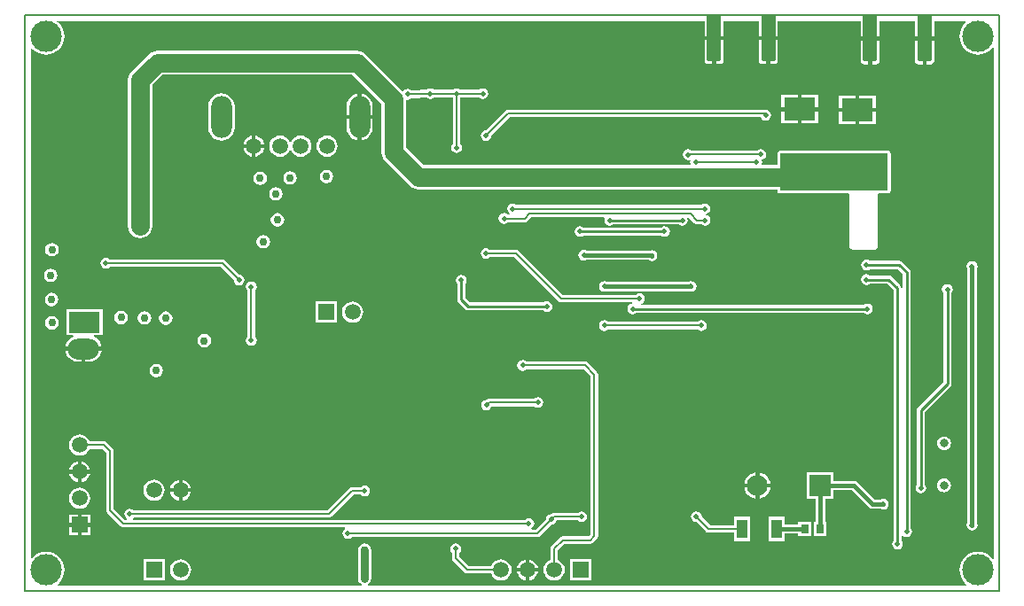
<source format=gbl>
%FSLAX25Y25*%
%MOIN*%
G70*
G01*
G75*
G04 Layer_Physical_Order=2*
G04 Layer_Color=16711680*
%ADD10C,0.02000*%
%ADD11R,0.07874X0.07874*%
%ADD12R,0.03347X0.02756*%
%ADD13R,0.02756X0.08268*%
%ADD14R,0.02559X0.04843*%
%ADD15R,0.19685X0.05118*%
%ADD16R,0.04724X0.09843*%
%ADD17R,0.09843X0.05906*%
%ADD18O,0.01378X0.06890*%
%ADD19R,0.01378X0.01181*%
%ADD20R,0.01378X0.00984*%
%ADD21R,0.01181X0.01181*%
%ADD22O,0.04724X0.00984*%
%ADD23R,0.04724X0.01772*%
%ADD24O,0.04724X0.01772*%
%ADD25O,0.00984X0.04724*%
%ADD26O,0.01772X0.04724*%
%ADD27R,0.07480X0.05512*%
%ADD28R,0.05315X0.01654*%
%ADD29R,0.03937X0.03150*%
%ADD30R,0.03150X0.03937*%
%ADD31R,0.09843X0.11811*%
%ADD32O,0.07087X0.02362*%
%ADD33O,0.02362X0.07087*%
%ADD34O,0.03543X0.01969*%
%ADD35R,0.03543X0.01969*%
%ADD36O,0.03543X0.01969*%
%ADD37R,0.01575X0.03347*%
%ADD38R,0.03937X0.02362*%
%ADD39R,0.02756X0.03347*%
G04:AMPARAMS|DCode=40|XSize=35.43mil|YSize=157.48mil|CornerRadius=1.77mil|HoleSize=0mil|Usage=FLASHONLY|Rotation=0.000|XOffset=0mil|YOffset=0mil|HoleType=Round|Shape=RoundedRectangle|*
%AMROUNDEDRECTD40*
21,1,0.03543,0.15394,0,0,0.0*
21,1,0.03189,0.15748,0,0,0.0*
1,1,0.00354,0.01595,-0.07697*
1,1,0.00354,-0.01595,-0.07697*
1,1,0.00354,-0.01595,0.07697*
1,1,0.00354,0.01595,0.07697*
%
%ADD40ROUNDEDRECTD40*%
%ADD41R,0.05906X0.03937*%
%ADD42R,0.05118X0.19685*%
%ADD43R,0.03937X0.05906*%
%ADD44C,0.04000*%
%ADD45C,0.01000*%
%ADD46C,0.01500*%
%ADD47C,0.00800*%
%ADD48C,0.03000*%
%ADD49C,0.07000*%
%ADD50R,0.16830X0.03653*%
%ADD51C,0.00500*%
%ADD52C,0.05906*%
%ADD53R,0.05906X0.05906*%
%ADD54C,0.11811*%
%ADD55O,0.07874X0.15748*%
%ADD56C,0.03228*%
%ADD57R,0.05906X0.05906*%
%ADD58C,0.07874*%
%ADD59R,0.07874X0.07874*%
%ADD60O,0.11811X0.07874*%
%ADD61R,0.11811X0.07874*%
G04:AMPARAMS|DCode=62|XSize=51.18mil|YSize=173.23mil|CornerRadius=2.56mil|HoleSize=0mil|Usage=FLASHONLY|Rotation=0.000|XOffset=0mil|YOffset=0mil|HoleType=Round|Shape=RoundedRectangle|*
%AMROUNDEDRECTD62*
21,1,0.05118,0.16811,0,0,0.0*
21,1,0.04606,0.17323,0,0,0.0*
1,1,0.00512,0.02303,-0.08406*
1,1,0.00512,-0.02303,-0.08406*
1,1,0.00512,-0.02303,0.08406*
1,1,0.00512,0.02303,0.08406*
%
%ADD62ROUNDEDRECTD62*%
%ADD63C,0.03000*%
%ADD64C,0.04000*%
%ADD65C,0.02000*%
%ADD66C,0.06000*%
%ADD67R,0.03937X0.07087*%
%ADD68R,0.11811X0.08661*%
G36*
X314376Y14855D02*
X313861Y14433D01*
X312998Y13381D01*
X312357Y12181D01*
X311962Y10880D01*
X311829Y9526D01*
X311962Y8172D01*
X312357Y6871D01*
X312998Y5671D01*
X313861Y4619D01*
X314913Y3757D01*
X316112Y3115D01*
X317414Y2720D01*
X318768Y2587D01*
X320121Y2720D01*
X321423Y3115D01*
X322623Y3757D01*
X323674Y4619D01*
X324355Y5449D01*
X324826Y5280D01*
Y-187016D01*
X324355Y-187184D01*
X323674Y-186355D01*
X322623Y-185492D01*
X321423Y-184851D01*
X320121Y-184456D01*
X318768Y-184323D01*
X317414Y-184456D01*
X316112Y-184851D01*
X314913Y-185492D01*
X313861Y-186355D01*
X312998Y-187406D01*
X312357Y-188606D01*
X311962Y-189908D01*
X311829Y-191261D01*
X311962Y-192615D01*
X312357Y-193917D01*
X312998Y-195116D01*
X313861Y-196168D01*
X314454Y-196655D01*
X314286Y-197125D01*
X89482D01*
X89337Y-196647D01*
X90002Y-196202D01*
X90555Y-195376D01*
X90749Y-194400D01*
X90749Y-194400D01*
X90749Y-194400D01*
Y-194400D01*
Y-183800D01*
X90555Y-182825D01*
X90002Y-181998D01*
X89175Y-181445D01*
X88200Y-181251D01*
X87225Y-181445D01*
X86398Y-181998D01*
X85845Y-182825D01*
X85651Y-183800D01*
Y-194400D01*
X85845Y-195376D01*
X86398Y-196202D01*
X87063Y-196647D01*
X86918Y-197125D01*
X-27144D01*
X-27312Y-196655D01*
X-26719Y-196168D01*
X-25857Y-195116D01*
X-25215Y-193917D01*
X-24820Y-192615D01*
X-24687Y-191261D01*
X-24820Y-189908D01*
X-25215Y-188606D01*
X-25857Y-187406D01*
X-26719Y-186355D01*
X-27771Y-185492D01*
X-28971Y-184851D01*
X-30272Y-184456D01*
X-31626Y-184323D01*
X-32980Y-184456D01*
X-34281Y-184851D01*
X-35481Y-185492D01*
X-36533Y-186355D01*
X-36855Y-186748D01*
X-37326Y-186579D01*
Y4844D01*
X-36855Y5012D01*
X-36533Y4619D01*
X-35481Y3757D01*
X-34281Y3115D01*
X-32980Y2720D01*
X-31626Y2587D01*
X-30272Y2720D01*
X-28971Y3115D01*
X-27771Y3757D01*
X-26719Y4619D01*
X-25857Y5671D01*
X-25215Y6871D01*
X-24820Y8172D01*
X-24687Y9526D01*
X-24820Y10880D01*
X-25215Y12181D01*
X-25857Y13381D01*
X-26719Y14433D01*
X-27771Y15295D01*
X-27763Y15326D01*
X215936D01*
Y9537D01*
X218770D01*
Y15325D01*
X220270D01*
Y9537D01*
X223103D01*
Y15326D01*
X236408D01*
Y9537D01*
X239242D01*
Y15325D01*
X240742D01*
Y9537D01*
X243576D01*
Y15326D01*
X274636D01*
Y9437D01*
X277470D01*
Y15325D01*
X278970D01*
Y9437D01*
X281803D01*
Y15326D01*
X295109D01*
Y9437D01*
X297942D01*
Y15325D01*
X299442D01*
Y9437D01*
X302276D01*
Y15326D01*
X314207D01*
X314376Y14855D01*
D02*
G37*
%LPC*%
G36*
X-18194Y-150412D02*
Y-153550D01*
X-15056D01*
X-15093Y-153268D01*
X-15491Y-152307D01*
X-16125Y-151481D01*
X-16951Y-150847D01*
X-17912Y-150449D01*
X-18194Y-150412D01*
D02*
G37*
G36*
X-19694D02*
X-19976Y-150449D01*
X-20937Y-150847D01*
X-21763Y-151481D01*
X-22397Y-152307D01*
X-22795Y-153268D01*
X-22832Y-153550D01*
X-19694D01*
Y-150412D01*
D02*
G37*
G36*
X-15056Y-155050D02*
X-18194D01*
Y-158188D01*
X-17912Y-158151D01*
X-16951Y-157753D01*
X-16125Y-157119D01*
X-15491Y-156293D01*
X-15093Y-155332D01*
X-15056Y-155050D01*
D02*
G37*
G36*
X307285Y-83676D02*
X306505Y-83831D01*
X305843Y-84273D01*
X305401Y-84935D01*
X305246Y-85715D01*
X305401Y-86495D01*
X305756Y-87026D01*
Y-120481D01*
X296219Y-130019D01*
X295887Y-130515D01*
X295771Y-131100D01*
Y-159089D01*
X295416Y-159620D01*
X295261Y-160400D01*
X295416Y-161180D01*
X295858Y-161842D01*
X296520Y-162284D01*
X297300Y-162439D01*
X298080Y-162284D01*
X298742Y-161842D01*
X299184Y-161180D01*
X299339Y-160400D01*
X299184Y-159620D01*
X298829Y-159089D01*
Y-131734D01*
X308366Y-122196D01*
X308698Y-121700D01*
X308698Y-121700D01*
X308698Y-121700D01*
X308815Y-121115D01*
Y-87026D01*
X309169Y-86495D01*
X309324Y-85715D01*
X309169Y-84935D01*
X308727Y-84273D01*
X308066Y-83831D01*
X307285Y-83676D01*
D02*
G37*
G36*
X153262Y-126199D02*
X152482Y-126354D01*
X151820Y-126796D01*
X151811Y-126810D01*
X134962D01*
X134962Y-126810D01*
X134416Y-126919D01*
X134042Y-127169D01*
X134000Y-127161D01*
X133220Y-127316D01*
X132558Y-127758D01*
X132116Y-128420D01*
X131961Y-129200D01*
X132116Y-129980D01*
X132558Y-130642D01*
X133220Y-131084D01*
X134000Y-131239D01*
X134780Y-131084D01*
X135442Y-130642D01*
X135884Y-129980D01*
X135947Y-129665D01*
X151811D01*
X151820Y-129680D01*
X152482Y-130122D01*
X153262Y-130277D01*
X154043Y-130122D01*
X154704Y-129680D01*
X155146Y-129018D01*
X155301Y-128238D01*
X155146Y-127457D01*
X154704Y-126796D01*
X154043Y-126354D01*
X153262Y-126199D01*
D02*
G37*
G36*
X306023Y-140989D02*
X305340Y-141079D01*
X304704Y-141342D01*
X304158Y-141762D01*
X303739Y-142308D01*
X303476Y-142944D01*
X303386Y-143626D01*
X303476Y-144308D01*
X303739Y-144944D01*
X304158Y-145490D01*
X304704Y-145910D01*
X305340Y-146173D01*
X306023Y-146263D01*
X306705Y-146173D01*
X307341Y-145910D01*
X307887Y-145490D01*
X308306Y-144944D01*
X308570Y-144308D01*
X308660Y-143626D01*
X308570Y-142944D01*
X308306Y-142308D01*
X307887Y-141762D01*
X307341Y-141342D01*
X306705Y-141079D01*
X306023Y-140989D01*
D02*
G37*
G36*
X19750Y-157312D02*
Y-160450D01*
X22888D01*
X22851Y-160168D01*
X22453Y-159207D01*
X21819Y-158381D01*
X20993Y-157747D01*
X20032Y-157349D01*
X19750Y-157312D01*
D02*
G37*
G36*
X18250D02*
X17968Y-157349D01*
X17007Y-157747D01*
X16181Y-158381D01*
X15547Y-159207D01*
X15149Y-160168D01*
X15112Y-160450D01*
X18250D01*
Y-157312D01*
D02*
G37*
G36*
X306023Y-156737D02*
X305340Y-156827D01*
X304704Y-157090D01*
X304158Y-157510D01*
X303739Y-158056D01*
X303476Y-158692D01*
X303386Y-159374D01*
X303476Y-160056D01*
X303739Y-160692D01*
X304158Y-161239D01*
X304704Y-161658D01*
X305340Y-161921D01*
X306023Y-162011D01*
X306705Y-161921D01*
X307341Y-161658D01*
X307887Y-161239D01*
X308306Y-160692D01*
X308570Y-160056D01*
X308660Y-159374D01*
X308570Y-158692D01*
X308306Y-158056D01*
X307887Y-157510D01*
X307341Y-157090D01*
X306705Y-156827D01*
X306023Y-156737D01*
D02*
G37*
G36*
X-19694Y-155050D02*
X-22832D01*
X-22795Y-155332D01*
X-22397Y-156293D01*
X-21763Y-157119D01*
X-20937Y-157753D01*
X-19976Y-158151D01*
X-19694Y-158188D01*
Y-155050D01*
D02*
G37*
G36*
X236584Y-154619D02*
Y-158750D01*
X240715D01*
X240644Y-158211D01*
X240146Y-157010D01*
X239355Y-155979D01*
X238324Y-155187D01*
X237123Y-154690D01*
X236584Y-154619D01*
D02*
G37*
G36*
X235084D02*
X234545Y-154690D01*
X233344Y-155187D01*
X232313Y-155979D01*
X231521Y-157010D01*
X231024Y-158211D01*
X230953Y-158750D01*
X235084D01*
Y-154619D01*
D02*
G37*
G36*
X5400Y-93851D02*
X4425Y-94045D01*
X3598Y-94598D01*
X3045Y-95424D01*
X2851Y-96400D01*
X3045Y-97376D01*
X3598Y-98202D01*
X4425Y-98755D01*
X5400Y-98949D01*
X6375Y-98755D01*
X7202Y-98202D01*
X7755Y-97376D01*
X7949Y-96400D01*
X7755Y-95424D01*
X7202Y-94598D01*
X6375Y-94045D01*
X5400Y-93851D01*
D02*
G37*
G36*
X13400Y-93951D02*
X12425Y-94145D01*
X11598Y-94698D01*
X11045Y-95525D01*
X10851Y-96500D01*
X11045Y-97475D01*
X11598Y-98302D01*
X12425Y-98855D01*
X13400Y-99049D01*
X14376Y-98855D01*
X15202Y-98302D01*
X15755Y-97475D01*
X15949Y-96500D01*
X15755Y-95525D01*
X15202Y-94698D01*
X14376Y-94145D01*
X13400Y-93951D01*
D02*
G37*
G36*
X-29400Y-95751D02*
X-30375Y-95945D01*
X-31202Y-96498D01*
X-31755Y-97325D01*
X-31949Y-98300D01*
X-31755Y-99275D01*
X-31202Y-100102D01*
X-30375Y-100655D01*
X-29400Y-100849D01*
X-28425Y-100655D01*
X-27598Y-100102D01*
X-27045Y-99275D01*
X-26851Y-98300D01*
X-27045Y-97325D01*
X-27598Y-96498D01*
X-28425Y-95945D01*
X-29400Y-95751D01*
D02*
G37*
G36*
X77653Y-90247D02*
X69747D01*
Y-98153D01*
X77653D01*
Y-90247D01*
D02*
G37*
G36*
X83700Y-90213D02*
X82668Y-90349D01*
X81707Y-90747D01*
X80881Y-91381D01*
X80247Y-92207D01*
X79849Y-93168D01*
X79713Y-94200D01*
X79849Y-95232D01*
X80247Y-96193D01*
X80881Y-97019D01*
X81707Y-97653D01*
X82668Y-98051D01*
X83700Y-98187D01*
X84732Y-98051D01*
X85693Y-97653D01*
X86519Y-97019D01*
X87153Y-96193D01*
X87551Y-95232D01*
X87687Y-94200D01*
X87551Y-93168D01*
X87153Y-92207D01*
X86519Y-91381D01*
X85693Y-90747D01*
X84732Y-90349D01*
X83700Y-90213D01*
D02*
G37*
G36*
X-3400Y-93751D02*
X-4375Y-93945D01*
X-5202Y-94498D01*
X-5755Y-95324D01*
X-5949Y-96300D01*
X-5755Y-97276D01*
X-5202Y-98102D01*
X-4375Y-98655D01*
X-3400Y-98849D01*
X-2424Y-98655D01*
X-1598Y-98102D01*
X-1045Y-97276D01*
X-851Y-96300D01*
X-1045Y-95324D01*
X-1598Y-94498D01*
X-2424Y-93945D01*
X-3400Y-93751D01*
D02*
G37*
G36*
X-10688Y-108750D02*
X-16788D01*
Y-112980D01*
X-15569D01*
X-14280Y-112810D01*
X-13080Y-112312D01*
X-12048Y-111521D01*
X-11257Y-110490D01*
X-10759Y-109289D01*
X-10688Y-108750D01*
D02*
G37*
G36*
X-18288D02*
X-24387D01*
X-24316Y-109289D01*
X-23819Y-110490D01*
X-23027Y-111521D01*
X-21996Y-112312D01*
X-20795Y-112810D01*
X-19506Y-112980D01*
X-18288D01*
Y-108750D01*
D02*
G37*
G36*
X9800Y-113651D02*
X8825Y-113845D01*
X7998Y-114398D01*
X7445Y-115225D01*
X7251Y-116200D01*
X7445Y-117175D01*
X7998Y-118002D01*
X8825Y-118555D01*
X9800Y-118749D01*
X10775Y-118555D01*
X11602Y-118002D01*
X12155Y-117175D01*
X12349Y-116200D01*
X12155Y-115225D01*
X11602Y-114398D01*
X10775Y-113845D01*
X9800Y-113651D01*
D02*
G37*
G36*
X45572Y-82689D02*
X44791Y-82844D01*
X44130Y-83286D01*
X43688Y-83948D01*
X43532Y-84728D01*
X43688Y-85509D01*
X44130Y-86170D01*
X44144Y-86180D01*
Y-103420D01*
X44130Y-103430D01*
X43688Y-104091D01*
X43532Y-104872D01*
X43688Y-105652D01*
X44130Y-106314D01*
X44791Y-106756D01*
X45572Y-106911D01*
X46352Y-106756D01*
X47014Y-106314D01*
X47456Y-105652D01*
X47611Y-104872D01*
X47456Y-104091D01*
X47014Y-103430D01*
X46999Y-103420D01*
Y-86180D01*
X47014Y-86170D01*
X47456Y-85509D01*
X47611Y-84728D01*
X47456Y-83948D01*
X47014Y-83286D01*
X46352Y-82844D01*
X45572Y-82689D01*
D02*
G37*
G36*
X-10239Y-93063D02*
X-24050D01*
Y-102937D01*
X-21466D01*
X-21368Y-103427D01*
X-21996Y-103688D01*
X-23027Y-104479D01*
X-23819Y-105510D01*
X-24316Y-106711D01*
X-24387Y-107250D01*
X-10688D01*
X-10759Y-106711D01*
X-11257Y-105510D01*
X-12048Y-104479D01*
X-13080Y-103688D01*
X-13708Y-103427D01*
X-13610Y-102937D01*
X-10239D01*
Y-93063D01*
D02*
G37*
G36*
X27900Y-102451D02*
X26924Y-102645D01*
X26098Y-103198D01*
X25545Y-104025D01*
X25351Y-105000D01*
X25545Y-105975D01*
X26098Y-106802D01*
X26924Y-107355D01*
X27900Y-107549D01*
X28875Y-107355D01*
X29702Y-106802D01*
X30255Y-105975D01*
X30449Y-105000D01*
X30255Y-104025D01*
X29702Y-103198D01*
X28875Y-102645D01*
X27900Y-102451D01*
D02*
G37*
G36*
X212900Y-169161D02*
X212120Y-169316D01*
X211458Y-169758D01*
X211016Y-170420D01*
X210861Y-171200D01*
X211016Y-171980D01*
X211458Y-172642D01*
X212120Y-173084D01*
X212900Y-173239D01*
X212917Y-173236D01*
X216491Y-176809D01*
X216491Y-176809D01*
X216768Y-176995D01*
X216954Y-177119D01*
X217500Y-177227D01*
X227232D01*
Y-180343D01*
X233169D01*
Y-171257D01*
X227232D01*
Y-174373D01*
X218091D01*
X214936Y-171217D01*
X214939Y-171200D01*
X214784Y-170420D01*
X214342Y-169758D01*
X213680Y-169316D01*
X212900Y-169161D01*
D02*
G37*
G36*
X150150Y-187312D02*
Y-190450D01*
X153288D01*
X153251Y-190168D01*
X152853Y-189207D01*
X152219Y-188381D01*
X151393Y-187747D01*
X150432Y-187349D01*
X150150Y-187312D01*
D02*
G37*
G36*
X148650D02*
X148368Y-187349D01*
X147407Y-187747D01*
X146581Y-188381D01*
X145947Y-189207D01*
X145549Y-190168D01*
X145512Y-190450D01*
X148650D01*
Y-187312D01*
D02*
G37*
G36*
X-19694Y-175050D02*
X-22897D01*
Y-178253D01*
X-19694D01*
Y-175050D01*
D02*
G37*
G36*
X147600Y-112261D02*
X146820Y-112416D01*
X146158Y-112858D01*
X145716Y-113520D01*
X145561Y-114300D01*
X145716Y-115080D01*
X146158Y-115742D01*
X146820Y-116184D01*
X147600Y-116339D01*
X148380Y-116184D01*
X149042Y-115742D01*
X149052Y-115727D01*
X170509D01*
X173073Y-118291D01*
Y-177909D01*
X172423Y-178558D01*
X162715D01*
X162715Y-178558D01*
X162168Y-178667D01*
X161705Y-178976D01*
X161705Y-178976D01*
X158391Y-182291D01*
X158081Y-182754D01*
X157973Y-183300D01*
X157973Y-183300D01*
Y-187513D01*
X157407Y-187747D01*
X156581Y-188381D01*
X155947Y-189207D01*
X155549Y-190168D01*
X155413Y-191200D01*
X155549Y-192232D01*
X155947Y-193193D01*
X156581Y-194019D01*
X157407Y-194653D01*
X158368Y-195051D01*
X159400Y-195187D01*
X160432Y-195051D01*
X161393Y-194653D01*
X162219Y-194019D01*
X162853Y-193193D01*
X163251Y-192232D01*
X163387Y-191200D01*
X163251Y-190168D01*
X162853Y-189207D01*
X162219Y-188381D01*
X161393Y-187747D01*
X160827Y-187513D01*
Y-183891D01*
X163306Y-181413D01*
X173014D01*
X173015Y-181413D01*
X173561Y-181304D01*
X174024Y-180995D01*
X175509Y-179509D01*
X175509Y-179509D01*
X175819Y-179046D01*
X175819Y-179046D01*
X175819Y-179046D01*
X175927Y-178500D01*
X175927Y-178500D01*
Y-117700D01*
X175927Y-117700D01*
X175819Y-117154D01*
X175509Y-116691D01*
X175509Y-116691D01*
X172109Y-113291D01*
X171646Y-112981D01*
X171100Y-112873D01*
X171100Y-112873D01*
X149052D01*
X149042Y-112858D01*
X148380Y-112416D01*
X147600Y-112261D01*
D02*
G37*
G36*
X245964Y-171257D02*
X240027D01*
Y-180343D01*
X245964D01*
Y-177584D01*
X251217D01*
Y-178573D01*
X255972D01*
Y-173227D01*
X251217D01*
Y-174016D01*
X245964D01*
Y-171257D01*
D02*
G37*
G36*
X12953Y-187247D02*
X5047D01*
Y-195153D01*
X12953D01*
Y-187247D01*
D02*
G37*
G36*
X122400Y-181261D02*
X121620Y-181416D01*
X120958Y-181858D01*
X120516Y-182520D01*
X120361Y-183300D01*
X120516Y-184080D01*
X120958Y-184742D01*
X120973Y-184752D01*
Y-186850D01*
X120973Y-186850D01*
X121081Y-187397D01*
X121391Y-187860D01*
X125740Y-192209D01*
X125740Y-192209D01*
X126204Y-192519D01*
X126204Y-192519D01*
X126204Y-192519D01*
D01*
X126204Y-192519D01*
X126204Y-192519D01*
X126750Y-192627D01*
X126750Y-192627D01*
X135713D01*
X135947Y-193193D01*
X136581Y-194019D01*
X137407Y-194653D01*
X138368Y-195051D01*
X139400Y-195187D01*
X140432Y-195051D01*
X141393Y-194653D01*
X142219Y-194019D01*
X142853Y-193193D01*
X143251Y-192232D01*
X143387Y-191200D01*
X143251Y-190168D01*
X142853Y-189207D01*
X142219Y-188381D01*
X141393Y-187747D01*
X140432Y-187349D01*
X139400Y-187213D01*
X138368Y-187349D01*
X137407Y-187747D01*
X136581Y-188381D01*
X135947Y-189207D01*
X135713Y-189773D01*
X127341D01*
X123827Y-186259D01*
Y-184752D01*
X123842Y-184742D01*
X124284Y-184080D01*
X124439Y-183300D01*
X124284Y-182520D01*
X123842Y-181858D01*
X123180Y-181416D01*
X122400Y-181261D01*
D02*
G37*
G36*
X19000Y-187213D02*
X17968Y-187349D01*
X17007Y-187747D01*
X16181Y-188381D01*
X15547Y-189207D01*
X15149Y-190168D01*
X15013Y-191200D01*
X15149Y-192232D01*
X15547Y-193193D01*
X16181Y-194019D01*
X17007Y-194653D01*
X17968Y-195051D01*
X19000Y-195187D01*
X20032Y-195051D01*
X20993Y-194653D01*
X21819Y-194019D01*
X22453Y-193193D01*
X22851Y-192232D01*
X22987Y-191200D01*
X22851Y-190168D01*
X22453Y-189207D01*
X21819Y-188381D01*
X20993Y-187747D01*
X20032Y-187349D01*
X19000Y-187213D01*
D02*
G37*
G36*
X153288Y-191950D02*
X150150D01*
Y-195088D01*
X150432Y-195051D01*
X151393Y-194653D01*
X152219Y-194019D01*
X152853Y-193193D01*
X153251Y-192232D01*
X153288Y-191950D01*
D02*
G37*
G36*
X148650D02*
X145512D01*
X145549Y-192232D01*
X145947Y-193193D01*
X146581Y-194019D01*
X147407Y-194653D01*
X148368Y-195051D01*
X148650Y-195088D01*
Y-191950D01*
D02*
G37*
G36*
X173353Y-187247D02*
X165447D01*
Y-195153D01*
X173353D01*
Y-187247D01*
D02*
G37*
G36*
X22888Y-161950D02*
X19750D01*
Y-165088D01*
X20032Y-165051D01*
X20993Y-164653D01*
X21819Y-164019D01*
X22453Y-163193D01*
X22851Y-162232D01*
X22888Y-161950D01*
D02*
G37*
G36*
X18250D02*
X15112D01*
X15149Y-162232D01*
X15547Y-163193D01*
X16181Y-164019D01*
X17007Y-164653D01*
X17968Y-165051D01*
X18250Y-165088D01*
Y-161950D01*
D02*
G37*
G36*
X9000Y-157213D02*
X7968Y-157349D01*
X7007Y-157747D01*
X6181Y-158381D01*
X5547Y-159207D01*
X5149Y-160168D01*
X5013Y-161200D01*
X5149Y-162232D01*
X5547Y-163193D01*
X6181Y-164019D01*
X7007Y-164653D01*
X7968Y-165051D01*
X9000Y-165187D01*
X10032Y-165051D01*
X10993Y-164653D01*
X11819Y-164019D01*
X12453Y-163193D01*
X12851Y-162232D01*
X12987Y-161200D01*
X12851Y-160168D01*
X12453Y-159207D01*
X11819Y-158381D01*
X10993Y-157747D01*
X10032Y-157349D01*
X9000Y-157213D01*
D02*
G37*
G36*
X-18944Y-140313D02*
X-19976Y-140449D01*
X-20937Y-140847D01*
X-21763Y-141481D01*
X-22397Y-142307D01*
X-22795Y-143268D01*
X-22931Y-144300D01*
X-22795Y-145332D01*
X-22397Y-146293D01*
X-21763Y-147119D01*
X-20937Y-147753D01*
X-19976Y-148151D01*
X-18944Y-148287D01*
X-17912Y-148151D01*
X-16951Y-147753D01*
X-16125Y-147119D01*
X-15491Y-146293D01*
X-15257Y-145727D01*
X-10391D01*
X-9027Y-147091D01*
Y-168700D01*
X-9027Y-168700D01*
X-8919Y-169246D01*
X-8609Y-169709D01*
X-3509Y-174809D01*
X-3509Y-174809D01*
X-3046Y-175119D01*
X-3046Y-175119D01*
X-3046Y-175119D01*
D01*
X-3046Y-175119D01*
X-3046Y-175119D01*
X-2500Y-175227D01*
X-2500Y-175227D01*
X80730D01*
X80875Y-175706D01*
X80414Y-176014D01*
X79972Y-176675D01*
X79817Y-177456D01*
X79972Y-178236D01*
X80414Y-178898D01*
X81076Y-179340D01*
X81856Y-179495D01*
X82636Y-179340D01*
X83298Y-178898D01*
X83307Y-178883D01*
X153056D01*
X153056Y-178883D01*
X153602Y-178775D01*
X154065Y-178465D01*
X158283Y-174248D01*
X158300Y-174251D01*
X159080Y-174096D01*
X159742Y-173654D01*
X160184Y-172992D01*
X160257Y-172627D01*
X168348D01*
X168358Y-172642D01*
X169020Y-173084D01*
X169800Y-173239D01*
X170580Y-173084D01*
X171242Y-172642D01*
X171684Y-171980D01*
X171839Y-171200D01*
X171684Y-170420D01*
X171242Y-169758D01*
X170580Y-169316D01*
X169800Y-169161D01*
X169020Y-169316D01*
X168358Y-169758D01*
X168348Y-169773D01*
X159312D01*
X159312Y-169773D01*
X158766Y-169881D01*
X158323Y-170177D01*
X158300Y-170173D01*
X157520Y-170328D01*
X156858Y-170770D01*
X156416Y-171432D01*
X156261Y-172212D01*
X156264Y-172229D01*
X152465Y-176029D01*
X151026D01*
X150881Y-175550D01*
X151342Y-175242D01*
X151784Y-174580D01*
X151939Y-173800D01*
X151784Y-173020D01*
X151342Y-172358D01*
X150680Y-171916D01*
X149900Y-171761D01*
X149120Y-171916D01*
X148458Y-172358D01*
X148448Y-172373D01*
X1110D01*
X965Y-171894D01*
X1342Y-171642D01*
X1352Y-171627D01*
X74661D01*
X74661Y-171627D01*
X75207Y-171519D01*
X75670Y-171209D01*
X83952Y-162927D01*
X86748D01*
X86758Y-162942D01*
X87420Y-163384D01*
X88200Y-163539D01*
X88980Y-163384D01*
X89642Y-162942D01*
X90084Y-162280D01*
X90239Y-161500D01*
X90084Y-160720D01*
X89642Y-160058D01*
X88980Y-159616D01*
X88200Y-159461D01*
X87420Y-159616D01*
X86758Y-160058D01*
X86748Y-160073D01*
X83361D01*
X83361Y-160073D01*
X82814Y-160181D01*
X82351Y-160491D01*
X82351Y-160491D01*
X74069Y-168773D01*
X1352D01*
X1342Y-168758D01*
X680Y-168316D01*
X-100Y-168161D01*
X-880Y-168316D01*
X-1542Y-168758D01*
X-1984Y-169420D01*
X-2139Y-170200D01*
X-1984Y-170980D01*
X-1542Y-171642D01*
X-1165Y-171894D01*
X-1310Y-172373D01*
X-1909D01*
X-6173Y-168109D01*
Y-146500D01*
X-6173Y-146500D01*
X-6281Y-145954D01*
X-6591Y-145491D01*
X-8791Y-143291D01*
X-9254Y-142981D01*
X-9800Y-142873D01*
X-9800Y-142873D01*
X-15257D01*
X-15491Y-142307D01*
X-16125Y-141481D01*
X-16951Y-140847D01*
X-17912Y-140449D01*
X-18944Y-140313D01*
D02*
G37*
G36*
X240715Y-160250D02*
X236584D01*
Y-164381D01*
X237123Y-164310D01*
X238324Y-163812D01*
X239355Y-163021D01*
X240146Y-161990D01*
X240644Y-160789D01*
X240715Y-160250D01*
D02*
G37*
G36*
X235084D02*
X230953D01*
X231024Y-160789D01*
X231521Y-161990D01*
X232313Y-163021D01*
X233344Y-163812D01*
X234545Y-164310D01*
X235084Y-164381D01*
Y-160250D01*
D02*
G37*
G36*
X-19694Y-170347D02*
X-22897D01*
Y-173550D01*
X-19694D01*
Y-170347D01*
D02*
G37*
G36*
X316546Y-75014D02*
X315766Y-75170D01*
X315105Y-75612D01*
X314662Y-76273D01*
X314507Y-77054D01*
X314662Y-77834D01*
X314762Y-77983D01*
Y-173424D01*
X314662Y-173573D01*
X314507Y-174354D01*
X314662Y-175134D01*
X315105Y-175795D01*
X315766Y-176238D01*
X316546Y-176393D01*
X317327Y-176238D01*
X317988Y-175795D01*
X318430Y-175134D01*
X318586Y-174354D01*
X318430Y-173573D01*
X318331Y-173424D01*
Y-77983D01*
X318430Y-77834D01*
X318586Y-77054D01*
X318430Y-76273D01*
X317988Y-75612D01*
X317327Y-75170D01*
X316546Y-75014D01*
D02*
G37*
G36*
X-14991Y-175050D02*
X-18194D01*
Y-178253D01*
X-14991D01*
Y-175050D01*
D02*
G37*
G36*
X-18944Y-160313D02*
X-19976Y-160449D01*
X-20937Y-160847D01*
X-21763Y-161481D01*
X-22397Y-162307D01*
X-22795Y-163268D01*
X-22931Y-164300D01*
X-22795Y-165332D01*
X-22397Y-166293D01*
X-21763Y-167119D01*
X-20937Y-167753D01*
X-19976Y-168151D01*
X-18944Y-168287D01*
X-17912Y-168151D01*
X-16951Y-167753D01*
X-16125Y-167119D01*
X-15491Y-166293D01*
X-15093Y-165332D01*
X-14957Y-164300D01*
X-15093Y-163268D01*
X-15491Y-162307D01*
X-16125Y-161481D01*
X-16951Y-160847D01*
X-17912Y-160449D01*
X-18944Y-160313D01*
D02*
G37*
G36*
X264393Y-154563D02*
X254519D01*
Y-164437D01*
X257716D01*
Y-173227D01*
X257122D01*
Y-178573D01*
X261878D01*
Y-173227D01*
X261284D01*
Y-164437D01*
X264393D01*
Y-161284D01*
X271261D01*
X277738Y-167762D01*
X277738Y-167762D01*
X278317Y-168149D01*
X279000Y-168284D01*
X282271D01*
X282420Y-168384D01*
X283200Y-168539D01*
X283980Y-168384D01*
X284642Y-167942D01*
X285084Y-167280D01*
X285239Y-166500D01*
X285084Y-165720D01*
X284642Y-165058D01*
X283980Y-164616D01*
X283200Y-164461D01*
X282420Y-164616D01*
X282271Y-164716D01*
X279739D01*
X273262Y-158238D01*
X272683Y-157852D01*
X272000Y-157716D01*
X264393D01*
Y-154563D01*
D02*
G37*
G36*
X-14991Y-170347D02*
X-18194D01*
Y-173550D01*
X-14991D01*
Y-170347D01*
D02*
G37*
G36*
X85511Y-11958D02*
X84972Y-12029D01*
X83771Y-12527D01*
X82740Y-13318D01*
X81948Y-14350D01*
X81451Y-15551D01*
X81281Y-16839D01*
Y-20026D01*
X85511D01*
Y-11958D01*
D02*
G37*
G36*
X258705Y-18659D02*
X252550D01*
Y-23240D01*
X258705D01*
Y-18659D01*
D02*
G37*
G36*
X251050D02*
X244895D01*
Y-23240D01*
X251050D01*
Y-18659D01*
D02*
G37*
G36*
X272650Y-12779D02*
X266494D01*
Y-17359D01*
X272650D01*
Y-12779D01*
D02*
G37*
G36*
X239000Y-18061D02*
X238670Y-18126D01*
X238400Y-18073D01*
X238400Y-18073D01*
X142100D01*
X141554Y-18181D01*
X141368Y-18305D01*
X141091Y-18491D01*
X141091Y-18491D01*
X133817Y-25764D01*
X133800Y-25761D01*
X133020Y-25916D01*
X132358Y-26358D01*
X131916Y-27020D01*
X131761Y-27800D01*
X131916Y-28580D01*
X132358Y-29242D01*
X133020Y-29684D01*
X133800Y-29839D01*
X134580Y-29684D01*
X135242Y-29242D01*
X135684Y-28580D01*
X135839Y-27800D01*
X135836Y-27783D01*
X142691Y-20927D01*
X237147D01*
X237558Y-21542D01*
X238220Y-21984D01*
X239000Y-22139D01*
X239780Y-21984D01*
X240442Y-21542D01*
X240884Y-20880D01*
X241039Y-20100D01*
X240884Y-19320D01*
X240442Y-18658D01*
X239780Y-18216D01*
X239000Y-18061D01*
D02*
G37*
G36*
X87011Y-11958D02*
Y-20026D01*
X91240D01*
Y-16839D01*
X91071Y-15551D01*
X90573Y-14350D01*
X89782Y-13318D01*
X88750Y-12527D01*
X87550Y-12029D01*
X87011Y-11958D01*
D02*
G37*
G36*
X85511Y-21526D02*
X81281D01*
Y-24713D01*
X81451Y-26002D01*
X81948Y-27203D01*
X82740Y-28234D01*
X83771Y-29026D01*
X84972Y-29523D01*
X85511Y-29594D01*
Y-21526D01*
D02*
G37*
G36*
X34292Y-11860D02*
X33003Y-12029D01*
X31802Y-12527D01*
X30771Y-13318D01*
X29980Y-14350D01*
X29482Y-15551D01*
X29313Y-16839D01*
Y-24713D01*
X29482Y-26002D01*
X29980Y-27203D01*
X30771Y-28234D01*
X31802Y-29026D01*
X33003Y-29523D01*
X34292Y-29693D01*
X35581Y-29523D01*
X36782Y-29026D01*
X37813Y-28234D01*
X38605Y-27203D01*
X39102Y-26002D01*
X39272Y-24713D01*
Y-16839D01*
X39102Y-15551D01*
X38605Y-14350D01*
X37813Y-13318D01*
X36782Y-12527D01*
X35581Y-12029D01*
X34292Y-11860D01*
D02*
G37*
G36*
X64213Y-27813D02*
X63182Y-27949D01*
X62220Y-28347D01*
X61394Y-28981D01*
X60761Y-29807D01*
X60526Y-30372D01*
X60026D01*
X59792Y-29807D01*
X59158Y-28981D01*
X58333Y-28347D01*
X57371Y-27949D01*
X56339Y-27813D01*
X55308Y-27949D01*
X54346Y-28347D01*
X53520Y-28981D01*
X52887Y-29807D01*
X52488Y-30768D01*
X52352Y-31800D01*
X52488Y-32832D01*
X52887Y-33793D01*
X53520Y-34619D01*
X54346Y-35253D01*
X55308Y-35651D01*
X56339Y-35787D01*
X57371Y-35651D01*
X58333Y-35253D01*
X59158Y-34619D01*
X59792Y-33793D01*
X60026Y-33228D01*
X60526D01*
X60761Y-33793D01*
X61394Y-34619D01*
X62220Y-35253D01*
X63182Y-35651D01*
X64213Y-35787D01*
X65245Y-35651D01*
X66207Y-35253D01*
X67032Y-34619D01*
X67666Y-33793D01*
X68064Y-32832D01*
X68200Y-31800D01*
X68064Y-30768D01*
X67666Y-29807D01*
X67032Y-28981D01*
X66207Y-28347D01*
X65245Y-27949D01*
X64213Y-27813D01*
D02*
G37*
G36*
X280306Y-18859D02*
X274150D01*
Y-23440D01*
X280306D01*
Y-18859D01*
D02*
G37*
G36*
X272650D02*
X266494D01*
Y-23440D01*
X272650D01*
Y-18859D01*
D02*
G37*
G36*
X91240Y-21526D02*
X87011D01*
Y-29594D01*
X87550Y-29523D01*
X88750Y-29026D01*
X89782Y-28234D01*
X90573Y-27203D01*
X91071Y-26002D01*
X91240Y-24713D01*
Y-21526D01*
D02*
G37*
G36*
X218770Y8037D02*
X215936D01*
Y382D01*
X216034Y-108D01*
X216311Y-524D01*
X216726Y-801D01*
X217216Y-899D01*
X218770D01*
Y8037D01*
D02*
G37*
G36*
X302276Y7937D02*
X299442D01*
Y-999D01*
X300995D01*
X301485Y-901D01*
X301901Y-624D01*
X302178Y-208D01*
X302276Y282D01*
Y7937D01*
D02*
G37*
G36*
X297942D02*
X295109D01*
Y282D01*
X295206Y-208D01*
X295483Y-624D01*
X295899Y-901D01*
X296389Y-999D01*
X297942D01*
Y7937D01*
D02*
G37*
G36*
X243576Y8037D02*
X240742D01*
Y-899D01*
X242295D01*
X242785Y-801D01*
X243201Y-524D01*
X243478Y-108D01*
X243576Y382D01*
Y8037D01*
D02*
G37*
G36*
X239242D02*
X236408D01*
Y382D01*
X236506Y-108D01*
X236784Y-524D01*
X237199Y-801D01*
X237689Y-899D01*
X239242D01*
Y8037D01*
D02*
G37*
G36*
X223103D02*
X220270D01*
Y-899D01*
X221823D01*
X222313Y-801D01*
X222728Y-524D01*
X223006Y-108D01*
X223103Y382D01*
Y8037D01*
D02*
G37*
G36*
X258705Y-12579D02*
X252550D01*
Y-17160D01*
X258705D01*
Y-12579D01*
D02*
G37*
G36*
X251050D02*
X244895D01*
Y-17160D01*
X251050D01*
Y-12579D01*
D02*
G37*
G36*
X280306Y-12779D02*
X274150D01*
Y-17359D01*
X280306D01*
Y-12779D01*
D02*
G37*
G36*
X281803Y7937D02*
X278970D01*
Y-999D01*
X280523D01*
X281013Y-901D01*
X281428Y-624D01*
X281706Y-208D01*
X281803Y282D01*
Y7937D01*
D02*
G37*
G36*
X277470D02*
X274636D01*
Y282D01*
X274733Y-208D01*
X275011Y-624D01*
X275427Y-901D01*
X275917Y-999D01*
X277470D01*
Y7937D01*
D02*
G37*
G36*
X85300Y4139D02*
X10300D01*
X9125Y3984D01*
X8031Y3531D01*
X7091Y2809D01*
X513Y-3768D01*
X-209Y-4709D01*
X-662Y-5803D01*
X-817Y-6978D01*
Y-61922D01*
X-662Y-63097D01*
X-209Y-64191D01*
X513Y-65131D01*
X1453Y-65853D01*
X2547Y-66306D01*
X3722Y-66461D01*
X4897Y-66306D01*
X5991Y-65853D01*
X6932Y-65131D01*
X7653Y-64191D01*
X8106Y-63097D01*
X8261Y-61922D01*
Y-8858D01*
X12180Y-4939D01*
X83420D01*
X94561Y-16080D01*
Y-34100D01*
X94561Y-34100D01*
X94561D01*
X94716Y-35275D01*
X95169Y-36369D01*
X95891Y-37309D01*
X105291Y-46709D01*
X106231Y-47431D01*
X107325Y-47884D01*
X108500Y-48039D01*
X108500Y-48039D01*
X243380D01*
Y-48600D01*
X243458Y-48990D01*
X243679Y-49321D01*
X244010Y-49542D01*
X244400Y-49620D01*
X270150D01*
X270436Y-49967D01*
Y-69455D01*
X270436Y-69455D01*
X270436D01*
X270529Y-69923D01*
X270794Y-70320D01*
X271191Y-70586D01*
X271659Y-70679D01*
X279927D01*
X280395Y-70586D01*
X280792Y-70320D01*
X281057Y-69923D01*
X281150Y-69455D01*
Y-49967D01*
X281435Y-49620D01*
X284900D01*
X285290Y-49542D01*
X285621Y-49321D01*
X285842Y-48990D01*
X285920Y-48600D01*
Y-34500D01*
X285842Y-34110D01*
X285621Y-33779D01*
X285290Y-33558D01*
X284900Y-33480D01*
X244400D01*
X244010Y-33558D01*
X243679Y-33779D01*
X243458Y-34110D01*
X243380Y-34500D01*
Y-38961D01*
X237665D01*
X237434Y-38530D01*
X237590Y-37750D01*
X237434Y-36969D01*
X237478Y-36864D01*
X237880Y-36784D01*
X238542Y-36342D01*
X238984Y-35680D01*
X239139Y-34900D01*
X238984Y-34120D01*
X238542Y-33458D01*
X237880Y-33016D01*
X237100Y-32861D01*
X236320Y-33016D01*
X235658Y-33458D01*
X235648Y-33473D01*
X211114D01*
X210580Y-33116D01*
X209800Y-32961D01*
X209020Y-33116D01*
X208358Y-33558D01*
X207916Y-34220D01*
X207761Y-35000D01*
X207916Y-35780D01*
X208358Y-36442D01*
X209020Y-36884D01*
X209800Y-37039D01*
X210304Y-36939D01*
X210657Y-37293D01*
X210566Y-37750D01*
X210721Y-38530D01*
X210491Y-38961D01*
X110380D01*
X103639Y-32220D01*
Y-14602D01*
X104025Y-14285D01*
X104300Y-14339D01*
X105080Y-14184D01*
X105742Y-13742D01*
X105752Y-13727D01*
X108900D01*
X108900Y-13727D01*
X109446Y-13619D01*
X109662Y-13474D01*
X111356D01*
X111365Y-13489D01*
X112027Y-13931D01*
X112807Y-14086D01*
X113588Y-13931D01*
X114249Y-13489D01*
X114259Y-13474D01*
X121256D01*
X121265Y-13489D01*
X121280Y-13498D01*
Y-30941D01*
X121265Y-30951D01*
X120823Y-31612D01*
X120668Y-32393D01*
X120823Y-33173D01*
X121265Y-33835D01*
X121927Y-34277D01*
X122707Y-34432D01*
X123488Y-34277D01*
X124149Y-33835D01*
X124591Y-33173D01*
X124746Y-32393D01*
X124591Y-31612D01*
X124149Y-30951D01*
X124135Y-30941D01*
Y-13498D01*
X124149Y-13489D01*
X124159Y-13474D01*
X131198D01*
X131214Y-13498D01*
X131876Y-13940D01*
X132656Y-14095D01*
X133436Y-13940D01*
X134098Y-13498D01*
X134540Y-12836D01*
X134695Y-12056D01*
X134540Y-11276D01*
X134098Y-10614D01*
X133436Y-10172D01*
X132656Y-10017D01*
X131876Y-10172D01*
X131214Y-10614D01*
X131210Y-10620D01*
X124159D01*
X124149Y-10605D01*
X123488Y-10163D01*
X122707Y-10008D01*
X121927Y-10163D01*
X121265Y-10605D01*
X121256Y-10620D01*
X114259D01*
X114249Y-10605D01*
X113588Y-10163D01*
X112807Y-10008D01*
X112027Y-10163D01*
X111365Y-10605D01*
X111356Y-10620D01*
X109153D01*
X108607Y-10728D01*
X108421Y-10852D01*
X108391Y-10873D01*
X105752D01*
X105742Y-10858D01*
X105080Y-10416D01*
X104300Y-10261D01*
X103520Y-10416D01*
X102858Y-10858D01*
X102804Y-10939D01*
X102307Y-10988D01*
X88510Y2809D01*
X87569Y3531D01*
X87116Y3719D01*
X86475Y3984D01*
X85300Y4139D01*
D02*
G37*
G36*
X170600Y-70819D02*
X169820Y-70974D01*
X169158Y-71416D01*
X168716Y-72078D01*
X168561Y-72858D01*
X168716Y-73639D01*
X169158Y-74300D01*
X169820Y-74742D01*
X170600Y-74897D01*
X171380Y-74742D01*
X171529Y-74643D01*
X195058D01*
X195420Y-74884D01*
X196200Y-75039D01*
X196980Y-74884D01*
X197642Y-74442D01*
X198084Y-73780D01*
X198239Y-73000D01*
X198084Y-72220D01*
X197642Y-71558D01*
X196980Y-71116D01*
X196200Y-70961D01*
X195631Y-71074D01*
X171529D01*
X171380Y-70974D01*
X170600Y-70819D01*
D02*
G37*
G36*
X210900Y-82561D02*
X210120Y-82716D01*
X209970Y-82816D01*
X179226D01*
X179077Y-82716D01*
X178297Y-82561D01*
X177516Y-82716D01*
X176855Y-83158D01*
X176413Y-83820D01*
X176258Y-84600D01*
X176413Y-85380D01*
X176855Y-86042D01*
X177516Y-86484D01*
X178297Y-86639D01*
X179077Y-86484D01*
X179226Y-86384D01*
X209970D01*
X210120Y-86484D01*
X210900Y-86639D01*
X211680Y-86484D01*
X212342Y-86042D01*
X212784Y-85380D01*
X212939Y-84600D01*
X212784Y-83820D01*
X212342Y-83158D01*
X211680Y-82716D01*
X210900Y-82561D01*
D02*
G37*
G36*
X-29800Y-77851D02*
X-30775Y-78045D01*
X-31602Y-78598D01*
X-32155Y-79425D01*
X-32349Y-80400D01*
X-32155Y-81375D01*
X-31602Y-82202D01*
X-30775Y-82755D01*
X-29800Y-82949D01*
X-28824Y-82755D01*
X-27998Y-82202D01*
X-27445Y-81375D01*
X-27251Y-80400D01*
X-27445Y-79425D01*
X-27998Y-78598D01*
X-28824Y-78045D01*
X-29800Y-77851D01*
D02*
G37*
G36*
X200900Y-61838D02*
X200120Y-61993D01*
X199589Y-62348D01*
X170534D01*
X170003Y-61993D01*
X169223Y-61838D01*
X168442Y-61993D01*
X167781Y-62436D01*
X167339Y-63097D01*
X167183Y-63877D01*
X167339Y-64658D01*
X167781Y-65319D01*
X168442Y-65761D01*
X169223Y-65917D01*
X170003Y-65761D01*
X170534Y-65407D01*
X199589D01*
X200120Y-65761D01*
X200900Y-65917D01*
X201680Y-65761D01*
X202342Y-65319D01*
X202784Y-64658D01*
X202939Y-63877D01*
X202784Y-63097D01*
X202342Y-62436D01*
X201680Y-61993D01*
X200900Y-61838D01*
D02*
G37*
G36*
X50100Y-65151D02*
X49125Y-65345D01*
X48298Y-65898D01*
X47745Y-66724D01*
X47551Y-67700D01*
X47745Y-68676D01*
X48298Y-69502D01*
X49125Y-70055D01*
X50100Y-70249D01*
X51076Y-70055D01*
X51902Y-69502D01*
X52455Y-68676D01*
X52649Y-67700D01*
X52455Y-66724D01*
X51902Y-65898D01*
X51076Y-65345D01*
X50100Y-65151D01*
D02*
G37*
G36*
X-29400Y-68151D02*
X-30375Y-68345D01*
X-31202Y-68898D01*
X-31755Y-69725D01*
X-31949Y-70700D01*
X-31755Y-71675D01*
X-31202Y-72502D01*
X-30375Y-73055D01*
X-29400Y-73249D01*
X-28425Y-73055D01*
X-27598Y-72502D01*
X-27045Y-71675D01*
X-26851Y-70700D01*
X-27045Y-69725D01*
X-27598Y-68898D01*
X-28425Y-68345D01*
X-29400Y-68151D01*
D02*
G37*
G36*
X124496Y-80265D02*
X123715Y-80420D01*
X123054Y-80862D01*
X122612Y-81524D01*
X122457Y-82304D01*
X122612Y-83084D01*
X122967Y-83615D01*
Y-89596D01*
X122967Y-89596D01*
X122967D01*
X123083Y-90181D01*
X123415Y-90677D01*
X125919Y-93181D01*
X126415Y-93513D01*
X127000Y-93629D01*
X155389D01*
X155920Y-93984D01*
X156700Y-94139D01*
X157480Y-93984D01*
X158142Y-93542D01*
X158584Y-92880D01*
X158739Y-92100D01*
X158584Y-91320D01*
X158142Y-90658D01*
X157480Y-90216D01*
X156700Y-90061D01*
X155920Y-90216D01*
X155389Y-90571D01*
X127634D01*
X126025Y-88962D01*
Y-83615D01*
X126380Y-83084D01*
X126535Y-82304D01*
X126380Y-81524D01*
X125938Y-80862D01*
X125276Y-80420D01*
X124496Y-80265D01*
D02*
G37*
G36*
X133800Y-70061D02*
X133020Y-70216D01*
X132358Y-70658D01*
X131916Y-71320D01*
X131761Y-72100D01*
X131916Y-72880D01*
X132358Y-73542D01*
X133020Y-73984D01*
X133800Y-74139D01*
X134580Y-73984D01*
X135242Y-73542D01*
X135252Y-73527D01*
X144409D01*
X160991Y-90109D01*
X161454Y-90419D01*
X162000Y-90527D01*
X162000Y-90527D01*
X188768D01*
X188817Y-91025D01*
X188185Y-91151D01*
X187523Y-91593D01*
X187081Y-92254D01*
X186926Y-93035D01*
X187081Y-93815D01*
X187523Y-94476D01*
X188185Y-94919D01*
X188965Y-95074D01*
X189746Y-94919D01*
X190276Y-94564D01*
X275854D01*
X276385Y-94919D01*
X277165Y-95074D01*
X277946Y-94919D01*
X278607Y-94476D01*
X279049Y-93815D01*
X279205Y-93035D01*
X279049Y-92254D01*
X278607Y-91593D01*
X277946Y-91151D01*
X277165Y-90995D01*
X276385Y-91151D01*
X275854Y-91505D01*
X192210D01*
X192161Y-91008D01*
X192280Y-90984D01*
X192942Y-90542D01*
X193384Y-89880D01*
X193539Y-89100D01*
X193384Y-88320D01*
X192942Y-87658D01*
X192280Y-87216D01*
X191500Y-87061D01*
X190720Y-87216D01*
X190058Y-87658D01*
X190048Y-87673D01*
X162591D01*
X146009Y-71091D01*
X145546Y-70781D01*
X145000Y-70673D01*
X145000Y-70673D01*
X135252D01*
X135242Y-70658D01*
X134580Y-70216D01*
X133800Y-70061D01*
D02*
G37*
G36*
X214800Y-97261D02*
X214020Y-97416D01*
X213358Y-97858D01*
X213348Y-97873D01*
X179752D01*
X179742Y-97858D01*
X179080Y-97416D01*
X178300Y-97261D01*
X177520Y-97416D01*
X176858Y-97858D01*
X176416Y-98520D01*
X176261Y-99300D01*
X176416Y-100080D01*
X176858Y-100742D01*
X177520Y-101184D01*
X178300Y-101339D01*
X179080Y-101184D01*
X179742Y-100742D01*
X179752Y-100727D01*
X213348D01*
X213358Y-100742D01*
X214020Y-101184D01*
X214800Y-101339D01*
X215580Y-101184D01*
X216242Y-100742D01*
X216684Y-100080D01*
X216839Y-99300D01*
X216684Y-98520D01*
X216242Y-97858D01*
X215580Y-97416D01*
X214800Y-97261D01*
D02*
G37*
G36*
X-9100Y-73761D02*
X-9880Y-73916D01*
X-10542Y-74358D01*
X-10984Y-75020D01*
X-11139Y-75800D01*
X-10984Y-76580D01*
X-10542Y-77242D01*
X-9880Y-77684D01*
X-9100Y-77839D01*
X-8320Y-77684D01*
X-7658Y-77242D01*
X-7648Y-77227D01*
X34109D01*
X38964Y-82083D01*
X38961Y-82100D01*
X39116Y-82880D01*
X39558Y-83542D01*
X40220Y-83984D01*
X41000Y-84139D01*
X41780Y-83984D01*
X42442Y-83542D01*
X42884Y-82880D01*
X43039Y-82100D01*
X42884Y-81320D01*
X42442Y-80658D01*
X41780Y-80216D01*
X41000Y-80061D01*
X40983Y-80064D01*
X35709Y-74791D01*
X35246Y-74481D01*
X34700Y-74373D01*
X34700Y-74373D01*
X-7648D01*
X-7658Y-74358D01*
X-8320Y-73916D01*
X-9100Y-73761D01*
D02*
G37*
G36*
X276899Y-74460D02*
X276119Y-74615D01*
X275457Y-75057D01*
X275015Y-75719D01*
X274860Y-76499D01*
X275015Y-77280D01*
X275457Y-77941D01*
X276119Y-78383D01*
X276899Y-78538D01*
X277680Y-78383D01*
X278210Y-78029D01*
X288566D01*
X290471Y-79934D01*
Y-84968D01*
X289973Y-85017D01*
X289913Y-84715D01*
X289581Y-84219D01*
X286292Y-80930D01*
X285796Y-80598D01*
X285211Y-80482D01*
X278200D01*
X277669Y-80127D01*
X276889Y-79972D01*
X276109Y-80127D01*
X275447Y-80569D01*
X275005Y-81231D01*
X274850Y-82011D01*
X275005Y-82791D01*
X275447Y-83453D01*
X276109Y-83895D01*
X276889Y-84050D01*
X277669Y-83895D01*
X278200Y-83540D01*
X284577D01*
X286971Y-85934D01*
Y-180189D01*
X286616Y-180720D01*
X286461Y-181500D01*
X286616Y-182280D01*
X287058Y-182942D01*
X287720Y-183384D01*
X288500Y-183539D01*
X289280Y-183384D01*
X289942Y-182942D01*
X290384Y-182280D01*
X290539Y-181500D01*
X290384Y-180720D01*
X290029Y-180189D01*
Y-178312D01*
X290508Y-178167D01*
X290558Y-178242D01*
X291220Y-178684D01*
X292000Y-178839D01*
X292780Y-178684D01*
X293442Y-178242D01*
X293884Y-177580D01*
X294039Y-176800D01*
X293884Y-176020D01*
X293529Y-175489D01*
Y-79300D01*
X293413Y-78715D01*
X293081Y-78219D01*
X290281Y-75418D01*
X289785Y-75086D01*
X289199Y-74970D01*
X278210D01*
X277680Y-74615D01*
X276899Y-74460D01*
D02*
G37*
G36*
X-29500Y-86951D02*
X-30476Y-87145D01*
X-31302Y-87698D01*
X-31855Y-88525D01*
X-32049Y-89500D01*
X-31855Y-90475D01*
X-31302Y-91302D01*
X-30476Y-91855D01*
X-29500Y-92049D01*
X-28525Y-91855D01*
X-27698Y-91302D01*
X-27145Y-90475D01*
X-26951Y-89500D01*
X-27145Y-88525D01*
X-27698Y-87698D01*
X-28525Y-87145D01*
X-29500Y-86951D01*
D02*
G37*
G36*
X45747Y-32550D02*
X42609D01*
X42646Y-32832D01*
X43044Y-33793D01*
X43678Y-34619D01*
X44503Y-35253D01*
X45465Y-35651D01*
X45747Y-35688D01*
Y-32550D01*
D02*
G37*
G36*
X74056Y-27813D02*
X73024Y-27949D01*
X72062Y-28347D01*
X71237Y-28981D01*
X70603Y-29807D01*
X70205Y-30768D01*
X70069Y-31800D01*
X70205Y-32832D01*
X70603Y-33793D01*
X71237Y-34619D01*
X72062Y-35253D01*
X73024Y-35651D01*
X74056Y-35787D01*
X75088Y-35651D01*
X76049Y-35253D01*
X76875Y-34619D01*
X77509Y-33793D01*
X77907Y-32832D01*
X78043Y-31800D01*
X77907Y-30768D01*
X77509Y-29807D01*
X76875Y-28981D01*
X76049Y-28347D01*
X75088Y-27949D01*
X74056Y-27813D01*
D02*
G37*
G36*
X73800Y-40651D02*
X72825Y-40845D01*
X71998Y-41398D01*
X71445Y-42224D01*
X71251Y-43200D01*
X71445Y-44175D01*
X71998Y-45002D01*
X72825Y-45555D01*
X73800Y-45749D01*
X74775Y-45555D01*
X75602Y-45002D01*
X76155Y-44175D01*
X76349Y-43200D01*
X76155Y-42224D01*
X75602Y-41398D01*
X74775Y-40845D01*
X73800Y-40651D01*
D02*
G37*
G36*
X47247Y-27912D02*
Y-31050D01*
X50385D01*
X50348Y-30768D01*
X49950Y-29807D01*
X49316Y-28981D01*
X48490Y-28347D01*
X47529Y-27949D01*
X47247Y-27912D01*
D02*
G37*
G36*
X45747D02*
X45465Y-27949D01*
X44503Y-28347D01*
X43678Y-28981D01*
X43044Y-29807D01*
X42646Y-30768D01*
X42609Y-31050D01*
X45747D01*
Y-27912D01*
D02*
G37*
G36*
X50385Y-32550D02*
X47247D01*
Y-35688D01*
X47529Y-35651D01*
X48490Y-35253D01*
X49316Y-34619D01*
X49950Y-33793D01*
X50348Y-32832D01*
X50385Y-32550D01*
D02*
G37*
G36*
X54800Y-47151D02*
X53825Y-47345D01*
X52998Y-47898D01*
X52445Y-48724D01*
X52251Y-49700D01*
X52445Y-50675D01*
X52998Y-51502D01*
X53825Y-52055D01*
X54800Y-52249D01*
X55775Y-52055D01*
X56602Y-51502D01*
X57155Y-50675D01*
X57349Y-49700D01*
X57155Y-48724D01*
X56602Y-47898D01*
X55775Y-47345D01*
X54800Y-47151D01*
D02*
G37*
G36*
X216100Y-53361D02*
X215320Y-53516D01*
X214658Y-53958D01*
X214648Y-53973D01*
X145252D01*
X145242Y-53958D01*
X144580Y-53516D01*
X143800Y-53361D01*
X143020Y-53516D01*
X142358Y-53958D01*
X141916Y-54620D01*
X141761Y-55400D01*
X141916Y-56180D01*
X142358Y-56842D01*
X142736Y-57094D01*
X142590Y-57573D01*
X142052D01*
X142042Y-57558D01*
X141380Y-57116D01*
X140600Y-56961D01*
X139820Y-57116D01*
X139158Y-57558D01*
X138716Y-58220D01*
X138561Y-59000D01*
X138716Y-59780D01*
X139158Y-60442D01*
X139820Y-60884D01*
X140600Y-61039D01*
X141380Y-60884D01*
X142042Y-60442D01*
X142052Y-60427D01*
X148300D01*
X148300Y-60427D01*
X148846Y-60319D01*
X149309Y-60009D01*
X150691Y-58627D01*
X178081D01*
X178398Y-59014D01*
X178261Y-59706D01*
X178416Y-60486D01*
X178858Y-61147D01*
X179520Y-61589D01*
X180300Y-61745D01*
X181080Y-61589D01*
X181611Y-61235D01*
X206383D01*
X206914Y-61589D01*
X207695Y-61745D01*
X208475Y-61589D01*
X209136Y-61147D01*
X209578Y-60486D01*
X209734Y-59706D01*
X209578Y-58925D01*
X209634Y-58821D01*
X210129Y-58748D01*
X212121Y-60740D01*
X212122Y-60740D01*
X212399Y-60926D01*
X212584Y-61050D01*
X213131Y-61158D01*
X213131Y-61158D01*
X214718D01*
X214727Y-61173D01*
X215389Y-61615D01*
X216169Y-61770D01*
X216950Y-61615D01*
X217611Y-61173D01*
X218053Y-60511D01*
X218208Y-59731D01*
X218053Y-58950D01*
X217611Y-58289D01*
X216950Y-57847D01*
X216169Y-57692D01*
D01*
X216374Y-57385D01*
X216880Y-57284D01*
X217542Y-56842D01*
X217984Y-56180D01*
X218139Y-55400D01*
X217984Y-54620D01*
X217542Y-53958D01*
X216880Y-53516D01*
X216100Y-53361D01*
D02*
G37*
G36*
X55400Y-56951D02*
X54425Y-57145D01*
X53598Y-57698D01*
X53045Y-58525D01*
X52851Y-59500D01*
X53045Y-60475D01*
X53598Y-61302D01*
X54425Y-61855D01*
X55400Y-62049D01*
X56375Y-61855D01*
X57202Y-61302D01*
X57755Y-60475D01*
X57949Y-59500D01*
X57755Y-58525D01*
X57202Y-57698D01*
X56375Y-57145D01*
X55400Y-56951D01*
D02*
G37*
G36*
X60200Y-41151D02*
X59224Y-41345D01*
X58398Y-41898D01*
X57845Y-42724D01*
X57651Y-43700D01*
X57845Y-44675D01*
X58398Y-45502D01*
X59224Y-46055D01*
X60200Y-46249D01*
X61176Y-46055D01*
X62002Y-45502D01*
X62555Y-44675D01*
X62749Y-43700D01*
X62555Y-42724D01*
X62002Y-41898D01*
X61176Y-41345D01*
X60200Y-41151D01*
D02*
G37*
G36*
X48900Y-41351D02*
X47925Y-41545D01*
X47098Y-42098D01*
X46545Y-42924D01*
X46351Y-43900D01*
X46545Y-44875D01*
X47098Y-45702D01*
X47925Y-46255D01*
X48900Y-46449D01*
X49876Y-46255D01*
X50702Y-45702D01*
X51255Y-44875D01*
X51449Y-43900D01*
X51255Y-42924D01*
X50702Y-42098D01*
X49876Y-41545D01*
X48900Y-41351D01*
D02*
G37*
%LPD*%
G36*
X284900Y-48600D02*
X244400D01*
Y-34500D01*
X284900D01*
Y-48600D01*
D02*
G37*
D39*
X253594Y-175900D02*
D03*
X259500D02*
D03*
D45*
X124496Y-89596D02*
X127000Y-92100D01*
X156700D01*
X124496Y-89596D02*
Y-82304D01*
X188965Y-93035D02*
X277165D01*
X288500Y-181500D02*
Y-85300D01*
X285211Y-82011D02*
X288500Y-85300D01*
X276889Y-82011D02*
X285211D01*
X292000Y-176800D02*
Y-79300D01*
X289199Y-76499D02*
X292000Y-79300D01*
X276899Y-76499D02*
X289199D01*
X297300Y-160400D02*
Y-131100D01*
X307285Y-121115D01*
Y-85715D01*
X169223Y-63877D02*
X200900D01*
X180300Y-59706D02*
X207695D01*
X193037Y6781D02*
G03*
X193037Y6781I-1772J0D01*
G01*
X159572D02*
G03*
X159572Y6781I-1772J0D01*
G01*
D46*
X279000Y-166500D02*
X283200D01*
X272000Y-159500D02*
X279000Y-166500D01*
X259456Y-159500D02*
X272000D01*
X316546Y-174354D02*
Y-77054D01*
X253495Y-175800D02*
X253594Y-175900D01*
X242995Y-175800D02*
X253495D01*
X259500Y-175900D02*
Y-159544D01*
X196058Y-72858D02*
X196200Y-73000D01*
X189200Y-72858D02*
X196058D01*
X189200D02*
X192000D01*
X170600D02*
X189200D01*
X178297Y-84600D02*
X210900D01*
D47*
X122707Y-32393D02*
Y-12047D01*
X134000Y-129200D02*
X134962Y-128238D01*
X153262D01*
X209900Y-34900D02*
X237100D01*
X212606Y-37750D02*
X235550D01*
X178300Y-99300D02*
X214800D01*
X151800Y-19500D02*
X238400D01*
X142100D02*
X151800D01*
X133800Y-27800D02*
X142100Y-19500D01*
X132647Y-12047D02*
X132656Y-12056D01*
X122707Y-12047D02*
X132647D01*
X112807D02*
X122707D01*
X108900Y-12300D02*
X109153Y-12047D01*
X104300Y-12300D02*
X108900D01*
X109153Y-12047D02*
X112807D01*
X112554Y-12300D02*
X112807Y-12047D01*
X238400Y-19500D02*
X239000Y-20100D01*
X158300Y-172212D02*
X159312Y-171200D01*
X169800D01*
X174500Y-178500D02*
Y-117700D01*
X162715Y-179985D02*
X173015D01*
X159400Y-183300D02*
X162715Y-179985D01*
X173015D02*
X174500Y-178500D01*
X212900Y-171200D02*
X217500Y-175800D01*
X230200D01*
X259456Y-159500D02*
X259500Y-159544D01*
X153056Y-177456D02*
X158300Y-172212D01*
X81856Y-177456D02*
X153056D01*
X159400Y-191200D02*
Y-183300D01*
X171100Y-114300D02*
X174500Y-117700D01*
X147600Y-114300D02*
X171100D01*
X-100Y-170200D02*
X74661D01*
X83361Y-161500D01*
X88200D01*
X-2500Y-173800D02*
X149900D01*
X126750Y-191200D02*
X139400D01*
X122400Y-186850D02*
X126750Y-191200D01*
X122400Y-186850D02*
Y-183300D01*
X-7600Y-168700D02*
X-2500Y-173800D01*
X-7600Y-168700D02*
Y-146500D01*
X-9800Y-144300D02*
X-7600Y-146500D01*
X-18944Y-144300D02*
X-9800D01*
X45572Y-104872D02*
Y-84728D01*
X34700Y-75800D02*
X41000Y-82100D01*
X-9100Y-75800D02*
X34700D01*
X139300Y-191100D02*
X139400Y-191200D01*
X162000Y-89100D02*
X191500D01*
X145000Y-72100D02*
X162000Y-89100D01*
X133800Y-72100D02*
X145000D01*
X140600Y-59000D02*
X148300D01*
X150100Y-57200D01*
X210600D01*
X213131Y-59731D01*
X216169D01*
X143800Y-55400D02*
X216100D01*
D48*
X88200Y-194400D02*
Y-183800D01*
D49*
X85300Y-400D02*
X99100Y-14200D01*
Y-34100D02*
Y-14200D01*
Y-34100D02*
X108500Y-43500D01*
X251800D01*
X10300Y-400D02*
X85300D01*
X3722Y-6978D02*
X10300Y-400D01*
X3722Y-61922D02*
Y-6978D01*
D51*
X-39500Y-199135D02*
Y17400D01*
Y-199135D02*
X326642D01*
Y17400D01*
X-39500D02*
X326642D01*
D52*
X139400Y-191200D02*
D03*
X149400D02*
D03*
X159400D02*
D03*
X83700Y-94200D02*
D03*
X74056Y-31800D02*
D03*
X64213D02*
D03*
X56339D02*
D03*
X46497D02*
D03*
X19000Y-161200D02*
D03*
X9000D02*
D03*
X19000Y-191200D02*
D03*
X-18944Y-164300D02*
D03*
Y-154300D02*
D03*
Y-144300D02*
D03*
D53*
X169400Y-191200D02*
D03*
X73700Y-94200D02*
D03*
D54*
X318768Y9526D02*
D03*
Y-191261D02*
D03*
X-31626D02*
D03*
Y9526D02*
D03*
D55*
X86261Y-20776D02*
D03*
X34292D02*
D03*
D56*
X306023Y-143626D02*
D03*
Y-159374D02*
D03*
D57*
X9000Y-191200D02*
D03*
X-18944Y-174300D02*
D03*
D58*
X235834Y-159500D02*
D03*
D59*
X259456D02*
D03*
D60*
X-17538Y-108000D02*
D03*
D61*
X-17144Y-98000D02*
D03*
D62*
X219520Y8787D02*
D03*
X239992D02*
D03*
X278220Y8687D02*
D03*
X298692D02*
D03*
D63*
X243900Y-68400D02*
D03*
X255200Y-68900D02*
D03*
X265800D02*
D03*
X243000Y-82300D02*
D03*
X254900D02*
D03*
X265900Y-82400D02*
D03*
X243700Y-96800D02*
D03*
X255000Y-96600D02*
D03*
X265300Y-96700D02*
D03*
X133600Y-125000D02*
D03*
X153700Y-65300D02*
D03*
X162100Y-65600D02*
D03*
X204000Y-50800D02*
D03*
X186800Y-50000D02*
D03*
X225000Y-31300D02*
D03*
X-31400Y-117500D02*
D03*
X-22500Y-117800D02*
D03*
X-14000Y-118200D02*
D03*
X-4500Y-118400D02*
D03*
X-4600Y-125800D02*
D03*
X-14000Y-125600D02*
D03*
X-22400Y-125800D02*
D03*
X-30100Y-126200D02*
D03*
X-1500Y-108000D02*
D03*
X-5000Y-79400D02*
D03*
X-500Y-84100D02*
D03*
X28400Y-79800D02*
D03*
X27300Y-93400D02*
D03*
X32200Y-115500D02*
D03*
X31400Y-123300D02*
D03*
X29500Y-131200D02*
D03*
X36800Y-129500D02*
D03*
X48800Y-130400D02*
D03*
X59900Y-133000D02*
D03*
X40700Y-123200D02*
D03*
X53300Y-122600D02*
D03*
X60300Y-122300D02*
D03*
X57400Y-165300D02*
D03*
X27700Y-158200D02*
D03*
X58100Y-147600D02*
D03*
X91300Y-131300D02*
D03*
X91200Y-146500D02*
D03*
X64900Y-151900D02*
D03*
X18000Y-42800D02*
D03*
X30300Y-44202D02*
D03*
X41500Y-42400D02*
D03*
X17800Y-48900D02*
D03*
X36000Y-50800D02*
D03*
X13000Y-61600D02*
D03*
X12900Y-25200D02*
D03*
X19800Y-13300D02*
D03*
X22800Y-32300D02*
D03*
X24100Y-22500D02*
D03*
X13200Y-37600D02*
D03*
X13000Y-51200D02*
D03*
X-5900Y-23800D02*
D03*
X-29100Y-23000D02*
D03*
X-22800Y-44700D02*
D03*
X-10800D02*
D03*
X-30500Y-31100D02*
D03*
X-9800D02*
D03*
X98100Y-52400D02*
D03*
X97400Y-65500D02*
D03*
X101300Y-71800D02*
D03*
X95400Y-87100D02*
D03*
X92900Y-98700D02*
D03*
X100200Y-113500D02*
D03*
X101900Y-103300D02*
D03*
X102600Y-93100D02*
D03*
X89100Y-86800D02*
D03*
X59500Y-76400D02*
D03*
X249900Y300D02*
D03*
X260400D02*
D03*
X268300Y400D02*
D03*
X290200Y-20500D02*
D03*
X290700Y-29800D02*
D03*
Y-41700D02*
D03*
X308800Y-15900D02*
D03*
Y-29800D02*
D03*
X310200Y-40600D02*
D03*
X305900Y-55100D02*
D03*
X296800Y-69200D02*
D03*
X309100Y-70500D02*
D03*
X318800Y-60800D02*
D03*
X320800Y-34500D02*
D03*
X320500Y-17000D02*
D03*
X305900Y-22100D02*
D03*
X222600Y-3700D02*
D03*
X211600Y-4800D02*
D03*
X235400Y-12900D02*
D03*
X235100Y-26100D02*
D03*
X257000Y-25400D02*
D03*
X273300Y-2700D02*
D03*
X288100Y-14600D02*
D03*
X250300Y-62300D02*
D03*
X238700Y-61600D02*
D03*
X261100D02*
D03*
X239200Y-75200D02*
D03*
X250400Y-75700D02*
D03*
X261300Y-74900D02*
D03*
X238000Y-88400D02*
D03*
X250600Y-88900D02*
D03*
X262400D02*
D03*
X260300Y-137300D02*
D03*
X259800Y-143800D02*
D03*
X273500Y-152700D02*
D03*
X277400Y-150100D02*
D03*
X283700Y-135500D02*
D03*
X284400Y-125400D02*
D03*
X278300Y-117500D02*
D03*
X301200Y-175200D02*
D03*
X294700Y-188700D02*
D03*
X277800Y-195100D02*
D03*
X250000Y-191800D02*
D03*
X264300Y-186900D02*
D03*
X283700Y-186500D02*
D03*
X222000Y-157900D02*
D03*
X227000Y-147400D02*
D03*
X207000Y-145700D02*
D03*
X197800Y-154100D02*
D03*
X189100Y-164800D02*
D03*
X184400Y-153400D02*
D03*
X199700Y-159900D02*
D03*
X214300Y-158300D02*
D03*
X186200Y-189600D02*
D03*
X202600Y-190900D02*
D03*
X230500Y-187900D02*
D03*
X214000Y-191600D02*
D03*
X143000Y-120400D02*
D03*
X144000Y-132500D02*
D03*
X156700Y-146600D02*
D03*
X161400Y-152900D02*
D03*
X168300Y-96600D02*
D03*
X172600Y-107100D02*
D03*
X122500Y-100100D02*
D03*
X127600Y-104500D02*
D03*
X105900Y-131600D02*
D03*
X106200Y-140900D02*
D03*
Y-150200D02*
D03*
X95500Y-184800D02*
D03*
X109200Y-185100D02*
D03*
X75400Y-184000D02*
D03*
X117100Y-162500D02*
D03*
X51500Y-178100D02*
D03*
X35800Y-157200D02*
D03*
X45200D02*
D03*
X57800Y-157500D02*
D03*
X6700Y-124600D02*
D03*
X24800Y-69600D02*
D03*
X100Y-70500D02*
D03*
X88200Y-42800D02*
D03*
X80700Y-52000D02*
D03*
X80900Y-66100D02*
D03*
X21100Y-55400D02*
D03*
X20400Y-63800D02*
D03*
X-32800Y-39400D02*
D03*
X-33700Y-51100D02*
D03*
X-35500Y-108700D02*
D03*
X16900Y7100D02*
D03*
X0Y0D02*
D03*
X-4700Y-14800D02*
D03*
X128800Y-22700D02*
D03*
X128300Y-34500D02*
D03*
X119100Y-55300D02*
D03*
X129600Y-59000D02*
D03*
X311300Y-92400D02*
D03*
X216400Y-111400D02*
D03*
X222100Y-119300D02*
D03*
X99400Y-118500D02*
D03*
X94400Y-46200D02*
D03*
X48500Y-89100D02*
D03*
Y-101900D02*
D03*
X92000Y-72300D02*
D03*
X-19800Y-30300D02*
D03*
X-6000Y-70300D02*
D03*
X73800Y-43200D02*
D03*
X50100Y-67700D02*
D03*
X55400Y-59500D02*
D03*
X54800Y-49700D02*
D03*
X60200Y-43700D02*
D03*
X48900Y-43900D02*
D03*
X27900Y-105000D02*
D03*
X9800Y-116200D02*
D03*
X-29400Y-70700D02*
D03*
X-29800Y-80400D02*
D03*
X-29500Y-89500D02*
D03*
X-29400Y-98300D02*
D03*
X13400Y-96500D02*
D03*
X5400Y-96400D02*
D03*
X-3400Y-96300D02*
D03*
X88200Y-183800D02*
D03*
Y-194400D02*
D03*
X266200Y-36100D02*
D03*
X271300D02*
D03*
X276400D02*
D03*
X281500D02*
D03*
X281800Y-46100D02*
D03*
Y-41100D02*
D03*
D64*
X36900Y-96702D02*
D03*
D65*
X122707Y-32393D02*
D03*
X156700Y-92100D02*
D03*
X124496Y-82304D02*
D03*
X134000Y-129200D02*
D03*
X153262Y-128238D02*
D03*
X283200Y-166500D02*
D03*
X316546Y-174354D02*
D03*
Y-77054D02*
D03*
X235550Y-37750D02*
D03*
X212606D02*
D03*
X237100Y-34900D02*
D03*
X209800Y-35000D02*
D03*
X214800Y-99300D02*
D03*
X178300D02*
D03*
X112807Y-12047D02*
D03*
X122707D02*
D03*
X104300Y-12300D02*
D03*
X132656Y-12056D02*
D03*
X169800Y-171200D02*
D03*
X212900D02*
D03*
X158300Y-172212D02*
D03*
X81856Y-177456D02*
D03*
X-100Y-170200D02*
D03*
X88200Y-161500D02*
D03*
X149900Y-173800D02*
D03*
X122400Y-183300D02*
D03*
X45572Y-84728D02*
D03*
Y-104872D02*
D03*
X41000Y-82100D02*
D03*
X-9100Y-75800D02*
D03*
X147600Y-114300D02*
D03*
X191500Y-89100D02*
D03*
X133800Y-72100D02*
D03*
Y-27800D02*
D03*
X239000Y-20100D02*
D03*
X140600Y-59000D02*
D03*
X216169Y-59731D02*
D03*
X143800Y-55400D02*
D03*
X216100D02*
D03*
X292000Y-176800D02*
D03*
X288500Y-181500D02*
D03*
X188965Y-93035D02*
D03*
X277165D02*
D03*
X276889Y-82011D02*
D03*
X276899Y-76499D02*
D03*
X297300Y-160400D02*
D03*
X307285Y-85715D02*
D03*
X210900Y-84600D02*
D03*
X178297D02*
D03*
X196200Y-73000D02*
D03*
X170600Y-72858D02*
D03*
X207695Y-59706D02*
D03*
X180300D02*
D03*
X200900Y-63877D02*
D03*
X169223D02*
D03*
D66*
X3722Y-61922D02*
D03*
D67*
X242995Y-175800D02*
D03*
X230200D02*
D03*
D68*
X251800Y-17910D02*
D03*
Y-43500D02*
D03*
X273400Y-18110D02*
D03*
Y-43700D02*
D03*
M02*

</source>
